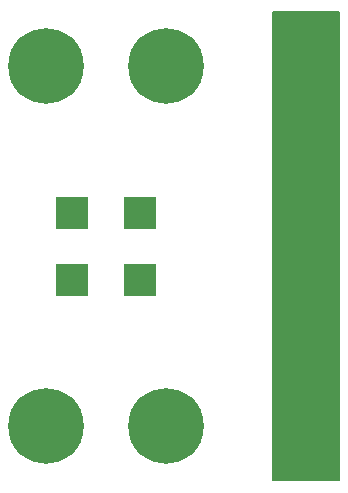
<source format=gbr>
G04 #@! TF.GenerationSoftware,KiCad,Pcbnew,(5.99.0-6591-gee6c8b60ac)*
G04 #@! TF.CreationDate,2021-02-11T11:37:18+01:00*
G04 #@! TF.ProjectId,AIRDOSC01A_PCB01B,41495244-4f53-4433-9031-415f50434230,rev?*
G04 #@! TF.SameCoordinates,Original*
G04 #@! TF.FileFunction,Soldermask,Top*
G04 #@! TF.FilePolarity,Negative*
%FSLAX46Y46*%
G04 Gerber Fmt 4.6, Leading zero omitted, Abs format (unit mm)*
G04 Created by KiCad (PCBNEW (5.99.0-6591-gee6c8b60ac)) date 2021-02-11 11:37:18*
%MOMM*%
%LPD*%
G01*
G04 APERTURE LIST*
G04 Aperture macros list*
%AMRoundRect*
0 Rectangle with rounded corners*
0 $1 Rounding radius*
0 $2 $3 $4 $5 $6 $7 $8 $9 X,Y pos of 4 corners*
0 Add a 4 corners polygon primitive as box body*
4,1,4,$2,$3,$4,$5,$6,$7,$8,$9,$2,$3,0*
0 Add four circle primitives for the rounded corners*
1,1,$1+$1,$2,$3,0*
1,1,$1+$1,$4,$5,0*
1,1,$1+$1,$6,$7,0*
1,1,$1+$1,$8,$9,0*
0 Add four rect primitives between the rounded corners*
20,1,$1+$1,$2,$3,$4,$5,0*
20,1,$1+$1,$4,$5,$6,$7,0*
20,1,$1+$1,$6,$7,$8,$9,0*
20,1,$1+$1,$8,$9,$2,$3,0*%
%AMOutline4P*
0 Free polygon, 4 corners , with rotation*
0 The origin of the aperture is its center*
0 number of corners: always 4*
0 $1 to $8 corner X, Y*
0 $9 Rotation angle, in degrees counterclockwise*
0 create outline with 4 corners*
4,1,4,$1,$2,$3,$4,$5,$6,$7,$8,$1,$2,$9*%
G04 Aperture macros list end*
%ADD10C,0.150000*%
%ADD11Outline4P,-1.350000X-1.350000X1.350000X-1.350000X1.350000X1.350000X-1.350000X1.350000X270.000000*%
%ADD12RoundRect,0.200000X-0.762000X-0.762000X0.762000X-0.762000X0.762000X0.762000X-0.762000X0.762000X0*%
%ADD13RoundRect,0.200000X0.762000X0.762000X-0.762000X0.762000X-0.762000X-0.762000X0.762000X-0.762000X0*%
%ADD14C,6.400000*%
G04 APERTURE END LIST*
D10*
G36*
X29972000Y508000D02*
G01*
X24384000Y508000D01*
X24384000Y40132000D01*
X29972000Y40132000D01*
X29972000Y508000D01*
G37*
X29972000Y508000D02*
X24384000Y508000D01*
X24384000Y40132000D01*
X29972000Y40132000D01*
X29972000Y508000D01*
G36*
X29972000Y508000D02*
G01*
X24384000Y508000D01*
X24384000Y40132000D01*
X29972000Y40132000D01*
X29972000Y508000D01*
G37*
X29972000Y508000D02*
X24384000Y508000D01*
X24384000Y40132000D01*
X29972000Y40132000D01*
X29972000Y508000D01*
D11*
X7437000Y23170000D03*
D11*
X13137000Y23170000D03*
D11*
X13137000Y17470000D03*
D11*
X7437000Y17470000D03*
D12*
X27813000Y20828000D03*
X25273000Y20828000D03*
X27813000Y18288000D03*
X25273000Y18288000D03*
X27813000Y2540000D03*
X25273000Y2540000D03*
X27813000Y15748000D03*
X25273000Y15748000D03*
X27813000Y33020000D03*
X25273000Y33020000D03*
X27813000Y35560000D03*
X25273000Y35560000D03*
X27813000Y38100000D03*
X25273000Y38100000D03*
D13*
X25273000Y5080000D03*
X27813000Y5080000D03*
X25273000Y7620000D03*
X27813000Y7620000D03*
D12*
X27813000Y23368000D03*
X25273000Y23368000D03*
D14*
X5207000Y5080000D03*
X5207000Y35560000D03*
X15367000Y5080000D03*
X15367000Y35560000D03*
M02*

</source>
